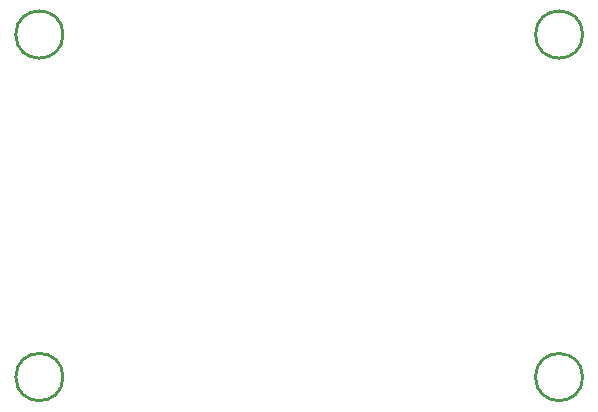
<source format=gko>
G04*
G04 #@! TF.GenerationSoftware,Altium Limited,Altium Designer,24.6.1 (21)*
G04*
G04 Layer_Color=16711935*
%FSLAX44Y44*%
%MOMM*%
G71*
G04*
G04 #@! TF.SameCoordinates,4FE4A77B-1A08-46E0-B02B-12D9CABBE600*
G04*
G04*
G04 #@! TF.FilePolarity,Positive*
G04*
G01*
G75*
%ADD70C,0.2540*%
D70*
X50000Y320000D02*
G03*
X50000Y320000I-20000J0D01*
G01*
X490000D02*
G03*
X490000Y320000I-20000J0D01*
G01*
Y30000D02*
G03*
X490000Y30000I-20000J0D01*
G01*
X50000D02*
G03*
X50000Y30000I-20000J0D01*
G01*
M02*

</source>
